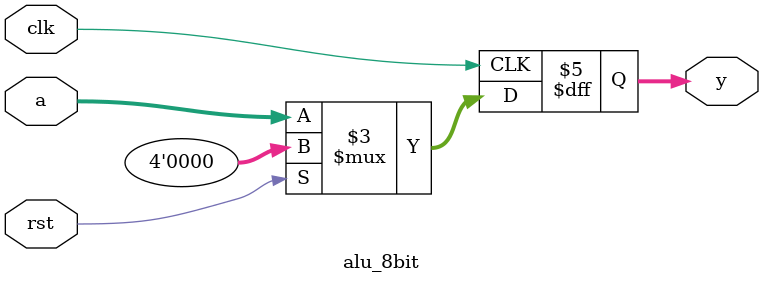
<source format=v>
/* 
 * Corevexis Semiconductor 
 * Example 40: ALU 8BIT 
 */

module alu_8bit (
    input clk,
    input rst,
    input [3:0] a,
    output reg [3:0] y
);

always @(posedge clk) begin
    if(rst) y <= 4'b0;
    else y <= a; 
end

endmodule
</source>
